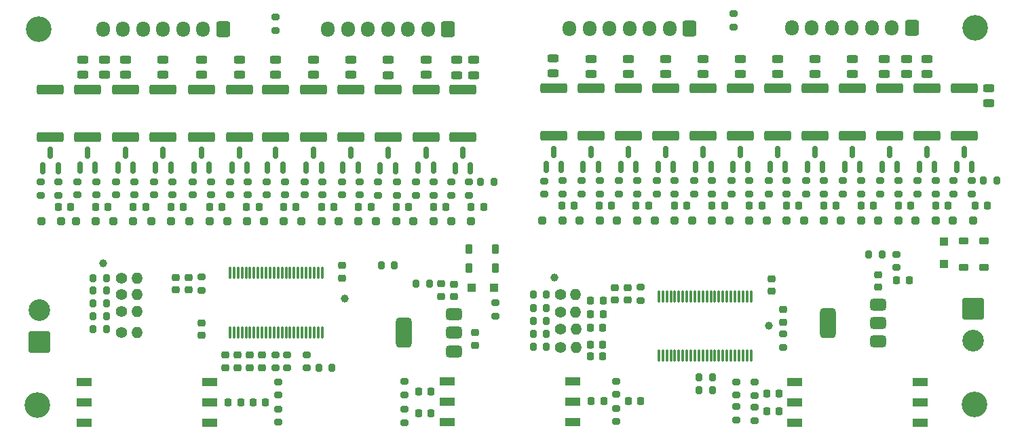
<source format=gbr>
%TF.GenerationSoftware,KiCad,Pcbnew,8.0.4*%
%TF.CreationDate,2024-09-13T15:55:04+09:00*%
%TF.ProjectId,LTC6811_ESP32_Slaves_V5,4c544336-3831-4315-9f45-535033325f53,rev?*%
%TF.SameCoordinates,Original*%
%TF.FileFunction,Soldermask,Top*%
%TF.FilePolarity,Negative*%
%FSLAX46Y46*%
G04 Gerber Fmt 4.6, Leading zero omitted, Abs format (unit mm)*
G04 Created by KiCad (PCBNEW 8.0.4) date 2024-09-13 15:55:04*
%MOMM*%
%LPD*%
G01*
G04 APERTURE LIST*
G04 Aperture macros list*
%AMRoundRect*
0 Rectangle with rounded corners*
0 $1 Rounding radius*
0 $2 $3 $4 $5 $6 $7 $8 $9 X,Y pos of 4 corners*
0 Add a 4 corners polygon primitive as box body*
4,1,4,$2,$3,$4,$5,$6,$7,$8,$9,$2,$3,0*
0 Add four circle primitives for the rounded corners*
1,1,$1+$1,$2,$3*
1,1,$1+$1,$4,$5*
1,1,$1+$1,$6,$7*
1,1,$1+$1,$8,$9*
0 Add four rect primitives between the rounded corners*
20,1,$1+$1,$2,$3,$4,$5,0*
20,1,$1+$1,$4,$5,$6,$7,0*
20,1,$1+$1,$6,$7,$8,$9,0*
20,1,$1+$1,$8,$9,$2,$3,0*%
G04 Aperture macros list end*
%ADD10RoundRect,0.225000X0.225000X0.375000X-0.225000X0.375000X-0.225000X-0.375000X0.225000X-0.375000X0*%
%ADD11RoundRect,0.200000X0.275000X-0.200000X0.275000X0.200000X-0.275000X0.200000X-0.275000X-0.200000X0*%
%ADD12C,1.000000*%
%ADD13RoundRect,0.150000X0.150000X-0.587500X0.150000X0.587500X-0.150000X0.587500X-0.150000X-0.587500X0*%
%ADD14RoundRect,0.250000X0.250000X0.250000X-0.250000X0.250000X-0.250000X-0.250000X0.250000X-0.250000X0*%
%ADD15RoundRect,0.243750X-0.456250X0.243750X-0.456250X-0.243750X0.456250X-0.243750X0.456250X0.243750X0*%
%ADD16RoundRect,0.250001X-1.099999X1.099999X-1.099999X-1.099999X1.099999X-1.099999X1.099999X1.099999X0*%
%ADD17C,2.700000*%
%ADD18RoundRect,0.225000X-0.225000X-0.250000X0.225000X-0.250000X0.225000X0.250000X-0.225000X0.250000X0*%
%ADD19C,1.400000*%
%ADD20O,1.400000X1.400000*%
%ADD21RoundRect,0.250000X-1.425000X0.362500X-1.425000X-0.362500X1.425000X-0.362500X1.425000X0.362500X0*%
%ADD22O,1.700000X1.950000*%
%ADD23RoundRect,0.250000X0.600000X0.725000X-0.600000X0.725000X-0.600000X-0.725000X0.600000X-0.725000X0*%
%ADD24RoundRect,0.200000X-0.200000X-0.275000X0.200000X-0.275000X0.200000X0.275000X-0.200000X0.275000X0*%
%ADD25C,3.200000*%
%ADD26RoundRect,0.225000X0.225000X0.250000X-0.225000X0.250000X-0.225000X-0.250000X0.225000X-0.250000X0*%
%ADD27RoundRect,0.200000X-0.275000X0.200000X-0.275000X-0.200000X0.275000X-0.200000X0.275000X0.200000X0*%
%ADD28RoundRect,0.200000X0.200000X0.275000X-0.200000X0.275000X-0.200000X-0.275000X0.200000X-0.275000X0*%
%ADD29RoundRect,0.225000X-0.250000X0.225000X-0.250000X-0.225000X0.250000X-0.225000X0.250000X0.225000X0*%
%ADD30RoundRect,0.075000X-0.075000X0.662500X-0.075000X-0.662500X0.075000X-0.662500X0.075000X0.662500X0*%
%ADD31RoundRect,0.225000X0.250000X-0.225000X0.250000X0.225000X-0.250000X0.225000X-0.250000X-0.225000X0*%
%ADD32RoundRect,0.225000X-0.375000X0.225000X-0.375000X-0.225000X0.375000X-0.225000X0.375000X0.225000X0*%
%ADD33RoundRect,0.250000X0.300000X0.300000X-0.300000X0.300000X-0.300000X-0.300000X0.300000X-0.300000X0*%
%ADD34RoundRect,0.218750X-0.256250X0.218750X-0.256250X-0.218750X0.256250X-0.218750X0.256250X0.218750X0*%
%ADD35RoundRect,0.250000X-0.300000X0.300000X-0.300000X-0.300000X0.300000X-0.300000X0.300000X0.300000X0*%
%ADD36RoundRect,0.218750X0.256250X-0.218750X0.256250X0.218750X-0.256250X0.218750X-0.256250X-0.218750X0*%
%ADD37RoundRect,0.250001X1.099999X-1.099999X1.099999X1.099999X-1.099999X1.099999X-1.099999X-1.099999X0*%
%ADD38R,1.950000X1.020000*%
%ADD39RoundRect,0.375000X0.625000X0.375000X-0.625000X0.375000X-0.625000X-0.375000X0.625000X-0.375000X0*%
%ADD40RoundRect,0.500000X0.500000X1.400000X-0.500000X1.400000X-0.500000X-1.400000X0.500000X-1.400000X0*%
G04 APERTURE END LIST*
D10*
%TO.C,D39*%
X296150000Y-148900000D03*
X292850000Y-148900000D03*
%TD*%
D11*
%TO.C,R189*%
X244050000Y-139754428D03*
X244050000Y-138104428D03*
%TD*%
D12*
%TO.C,TP7*%
X277400000Y-152700000D03*
%TD*%
D13*
%TO.C,Q36*%
X253750000Y-136366928D03*
X255650000Y-136366928D03*
X254700000Y-134491928D03*
%TD*%
D14*
%TO.C,D43*%
X288450000Y-143041928D03*
X285950000Y-143041928D03*
%TD*%
D13*
%TO.C,Q50*%
X311800000Y-136237500D03*
X313700000Y-136237500D03*
X312750000Y-134362500D03*
%TD*%
D15*
%TO.C,F51*%
X308100000Y-122762500D03*
X308100000Y-124637500D03*
%TD*%
D16*
%TO.C,J9*%
X355750000Y-153950572D03*
D17*
X355750000Y-157910572D03*
%TD*%
D18*
%TO.C,C72*%
X312725000Y-165500000D03*
X314275000Y-165500000D03*
%TD*%
D13*
%TO.C,Q39*%
X239700000Y-136379428D03*
X241600000Y-136379428D03*
X240650000Y-134504428D03*
%TD*%
D11*
%TO.C,R225*%
X330250000Y-139625000D03*
X330250000Y-137975000D03*
%TD*%
D18*
%TO.C,C132*%
X341800000Y-141100000D03*
X343350000Y-141100000D03*
%TD*%
D19*
%TO.C,TH19*%
X304295000Y-154400000D03*
D20*
X306195000Y-154400000D03*
%TD*%
D21*
%TO.C,R211*%
X350000000Y-126437500D03*
X350000000Y-132362500D03*
%TD*%
D22*
%TO.C,J15*%
X247200000Y-119041928D03*
X249700000Y-119041928D03*
X252200000Y-119041928D03*
X254700000Y-119041928D03*
X257200000Y-119041928D03*
X259700000Y-119041928D03*
D23*
X262200000Y-119041928D03*
%TD*%
D22*
%TO.C,J14*%
X275250000Y-119041928D03*
X277750000Y-119041928D03*
X280250000Y-119041928D03*
X282750000Y-119041928D03*
X285250000Y-119041928D03*
X287750000Y-119041928D03*
D23*
X290250000Y-119041928D03*
%TD*%
D13*
%TO.C,Q46*%
X330450000Y-136237500D03*
X332350000Y-136237500D03*
X331400000Y-134362500D03*
%TD*%
D11*
%TO.C,R170*%
X274550000Y-139754428D03*
X274550000Y-138104428D03*
%TD*%
D24*
%TO.C,R18*%
X300875000Y-158700000D03*
X302525000Y-158700000D03*
%TD*%
D11*
%TO.C,R210*%
X353350000Y-139625000D03*
X353350000Y-137975000D03*
%TD*%
D13*
%TO.C,Q51*%
X307125000Y-136237500D03*
X309025000Y-136237500D03*
X308075000Y-134362500D03*
%TD*%
D14*
%TO.C,D68*%
X309175000Y-142900000D03*
X306675000Y-142900000D03*
%TD*%
D25*
%TO.C,J1*%
X356000000Y-118908072D03*
%TD*%
D13*
%TO.C,Q29*%
X286550000Y-136366928D03*
X288450000Y-136366928D03*
X287500000Y-134491928D03*
%TD*%
D11*
%TO.C,R26*%
X328500000Y-167883072D03*
X328500000Y-166233072D03*
%TD*%
D26*
%TO.C,C18*%
X309570000Y-156300000D03*
X308020000Y-156300000D03*
%TD*%
D27*
%TO.C,R52*%
X311200000Y-166375000D03*
X311200000Y-168025000D03*
%TD*%
D15*
%TO.C,F31*%
X278100000Y-122891928D03*
X278100000Y-124766928D03*
%TD*%
D18*
%TO.C,C107*%
X274450000Y-141241928D03*
X276000000Y-141241928D03*
%TD*%
D11*
%TO.C,R233*%
X318525000Y-139625000D03*
X318525000Y-137975000D03*
%TD*%
D28*
%TO.C,R19*%
X302525000Y-157100000D03*
X300875000Y-157100000D03*
%TD*%
D21*
%TO.C,R172*%
X268700000Y-126566928D03*
X268700000Y-132491928D03*
%TD*%
D26*
%TO.C,C17*%
X309570000Y-158400000D03*
X308020000Y-158400000D03*
%TD*%
D14*
%TO.C,D50*%
X255700000Y-143029428D03*
X253200000Y-143029428D03*
%TD*%
D11*
%TO.C,R234*%
X316300000Y-139625000D03*
X316300000Y-137975000D03*
%TD*%
D29*
%TO.C,C89*%
X277050000Y-148566928D03*
X277050000Y-150116928D03*
%TD*%
D13*
%TO.C,Q42*%
X349050000Y-136237500D03*
X350950000Y-136237500D03*
X350000000Y-134362500D03*
%TD*%
D18*
%TO.C,C105*%
X283775000Y-141241928D03*
X285325000Y-141241928D03*
%TD*%
D30*
%TO.C,U13*%
X274550000Y-149487500D03*
X274050000Y-149487500D03*
X273550000Y-149487500D03*
X273050000Y-149487500D03*
X272550000Y-149487500D03*
X272050000Y-149487500D03*
X271550000Y-149487500D03*
X271050000Y-149487500D03*
X270550000Y-149487500D03*
X270050000Y-149487500D03*
X269550000Y-149487500D03*
X269050000Y-149487500D03*
X268550000Y-149487500D03*
X268050000Y-149487500D03*
X267550000Y-149487500D03*
X267050000Y-149487500D03*
X266550000Y-149487500D03*
X266050000Y-149487500D03*
X265550000Y-149487500D03*
X265050000Y-149487500D03*
X264550000Y-149487500D03*
X264050000Y-149487500D03*
X263550000Y-149487500D03*
X263050000Y-149487500D03*
X263050000Y-156912500D03*
X263550000Y-156912500D03*
X264050000Y-156912500D03*
X264550000Y-156912500D03*
X265050000Y-156912500D03*
X265550000Y-156912500D03*
X266050000Y-156912500D03*
X266550000Y-156912500D03*
X267050000Y-156912500D03*
X267550000Y-156912500D03*
X268050000Y-156912500D03*
X268550000Y-156912500D03*
X269050000Y-156912500D03*
X269550000Y-156912500D03*
X270050000Y-156912500D03*
X270550000Y-156912500D03*
X271050000Y-156912500D03*
X271550000Y-156912500D03*
X272050000Y-156912500D03*
X272550000Y-156912500D03*
X273050000Y-156912500D03*
X273550000Y-156912500D03*
X274050000Y-156912500D03*
X274550000Y-156912500D03*
%TD*%
D31*
%TO.C,C116*%
X311100000Y-152875000D03*
X311100000Y-151325000D03*
%TD*%
D14*
%TO.C,D69*%
X304525000Y-142900000D03*
X302025000Y-142900000D03*
%TD*%
D21*
%TO.C,R229*%
X322100000Y-126437500D03*
X322100000Y-132362500D03*
%TD*%
D32*
%TO.C,D55*%
X354600000Y-145508072D03*
X354600000Y-148808072D03*
%TD*%
D21*
%TO.C,R184*%
X250000000Y-126566928D03*
X250000000Y-132491928D03*
%TD*%
D24*
%TO.C,R100*%
X274150000Y-161300000D03*
X275800000Y-161300000D03*
%TD*%
D11*
%TO.C,R186*%
X248800000Y-139754428D03*
X248800000Y-138104428D03*
%TD*%
D27*
%TO.C,R195*%
X269100000Y-163075000D03*
X269100000Y-164725000D03*
%TD*%
D14*
%TO.C,D62*%
X337150000Y-142900000D03*
X334650000Y-142900000D03*
%TD*%
D33*
%TO.C,D40*%
X296000000Y-151300000D03*
X293200000Y-151300000D03*
%TD*%
D21*
%TO.C,R157*%
X292100000Y-126579428D03*
X292100000Y-132504428D03*
%TD*%
D18*
%TO.C,C114*%
X241650000Y-141241928D03*
X243200000Y-141241928D03*
%TD*%
D11*
%TO.C,R168*%
X277000000Y-139754428D03*
X277000000Y-138104428D03*
%TD*%
D15*
%TO.C,F50*%
X312750000Y-122762500D03*
X312750000Y-124637500D03*
%TD*%
D21*
%TO.C,R241*%
X303425000Y-126437500D03*
X303425000Y-132362500D03*
%TD*%
D11*
%TO.C,R25*%
X328500000Y-164750000D03*
X328500000Y-163100000D03*
%TD*%
D14*
%TO.C,D45*%
X279100000Y-143029428D03*
X276600000Y-143029428D03*
%TD*%
D27*
%TO.C,R93*%
X326200000Y-163075000D03*
X326200000Y-164725000D03*
%TD*%
D15*
%TO.C,F40*%
X357700000Y-126420572D03*
X357700000Y-128295572D03*
%TD*%
D34*
%TO.C,D41*%
X289400000Y-150825000D03*
X289400000Y-152400000D03*
%TD*%
D31*
%TO.C,C117*%
X312700000Y-152875000D03*
X312700000Y-151325000D03*
%TD*%
D11*
%TO.C,R212*%
X351100000Y-139625000D03*
X351100000Y-137975000D03*
%TD*%
D18*
%TO.C,C113*%
X246300000Y-141241928D03*
X247850000Y-141241928D03*
%TD*%
D19*
%TO.C,TH20*%
X304295000Y-152200000D03*
D20*
X306195000Y-152200000D03*
%TD*%
D26*
%TO.C,C19*%
X309595000Y-154600000D03*
X308045000Y-154600000D03*
%TD*%
D11*
%TO.C,R209*%
X355600000Y-139625000D03*
X355600000Y-137975000D03*
%TD*%
D13*
%TO.C,Q33*%
X267750000Y-136366928D03*
X269650000Y-136366928D03*
X268700000Y-134491928D03*
%TD*%
D14*
%TO.C,D65*%
X323200000Y-142900000D03*
X320700000Y-142900000D03*
%TD*%
D15*
%TO.C,F39*%
X244700000Y-122862500D03*
X244700000Y-124737500D03*
%TD*%
D28*
%TO.C,R16*%
X247625000Y-151700000D03*
X245975000Y-151700000D03*
%TD*%
D14*
%TO.C,D46*%
X274450000Y-143029428D03*
X271950000Y-143029428D03*
%TD*%
D28*
%TO.C,FB3*%
X295975000Y-138141928D03*
X294325000Y-138141928D03*
%TD*%
D13*
%TO.C,Q45*%
X335100000Y-136237500D03*
X337000000Y-136237500D03*
X336050000Y-134362500D03*
%TD*%
D11*
%TO.C,R147*%
X259500000Y-151625000D03*
X259500000Y-149975000D03*
%TD*%
%TO.C,R218*%
X341800000Y-139625000D03*
X341800000Y-137975000D03*
%TD*%
D27*
%TO.C,R23*%
X284850000Y-166491928D03*
X284850000Y-168141928D03*
%TD*%
D19*
%TO.C,TH17*%
X304300000Y-158800000D03*
D20*
X306200000Y-158800000D03*
%TD*%
D26*
%TO.C,C22*%
X309595000Y-152900000D03*
X308045000Y-152900000D03*
%TD*%
D11*
%TO.C,R180*%
X258400000Y-139754428D03*
X258400000Y-138104428D03*
%TD*%
D35*
%TO.C,D56*%
X352100000Y-145558072D03*
X352100000Y-148358072D03*
%TD*%
D14*
%TO.C,D58*%
X355750000Y-142900000D03*
X353250000Y-142900000D03*
%TD*%
D11*
%TO.C,R161*%
X288450000Y-139766928D03*
X288450000Y-138116928D03*
%TD*%
D12*
%TO.C,TP10*%
X303500000Y-150050000D03*
%TD*%
D21*
%TO.C,R169*%
X273500000Y-126566928D03*
X273500000Y-132491928D03*
%TD*%
D22*
%TO.C,J17*%
X305400000Y-118958072D03*
X307900000Y-118958072D03*
X310400000Y-118958072D03*
X312900000Y-118958072D03*
X315400000Y-118958072D03*
X317900000Y-118958072D03*
D23*
X320400000Y-118958072D03*
%TD*%
D31*
%TO.C,C90*%
X256300000Y-151575000D03*
X256300000Y-150025000D03*
%TD*%
D21*
%TO.C,R217*%
X340700000Y-126437500D03*
X340700000Y-132362500D03*
%TD*%
%TO.C,R181*%
X254700000Y-126566928D03*
X254700000Y-132491928D03*
%TD*%
D14*
%TO.C,D61*%
X341800000Y-142900000D03*
X339300000Y-142900000D03*
%TD*%
D11*
%TO.C,R191*%
X241650000Y-139766928D03*
X241650000Y-138116928D03*
%TD*%
D27*
%TO.C,TH16*%
X325900000Y-117133072D03*
X325900000Y-118783072D03*
%TD*%
D13*
%TO.C,Q38*%
X244350000Y-136366928D03*
X246250000Y-136366928D03*
X245300000Y-134491928D03*
%TD*%
D14*
%TO.C,D44*%
X283775000Y-143041928D03*
X281275000Y-143041928D03*
%TD*%
D18*
%TO.C,C136*%
X323200000Y-141100000D03*
X324750000Y-141100000D03*
%TD*%
D28*
%TO.C,R150*%
X287925000Y-150800000D03*
X286275000Y-150800000D03*
%TD*%
D14*
%TO.C,D47*%
X269750000Y-143029428D03*
X267250000Y-143029428D03*
%TD*%
D13*
%TO.C,Q41*%
X353700000Y-136237500D03*
X355600000Y-136237500D03*
X354650000Y-134362500D03*
%TD*%
D18*
%TO.C,C76*%
X308125000Y-165500000D03*
X309675000Y-165500000D03*
%TD*%
D28*
%TO.C,R143*%
X283575000Y-148541928D03*
X281925000Y-148541928D03*
%TD*%
D29*
%TO.C,C93*%
X293650000Y-156941928D03*
X293650000Y-158491928D03*
%TD*%
D21*
%TO.C,R238*%
X308075000Y-126437500D03*
X308075000Y-132362500D03*
%TD*%
D18*
%TO.C,C103*%
X293150000Y-141241928D03*
X294700000Y-141241928D03*
%TD*%
D11*
%TO.C,R227*%
X327850000Y-139625000D03*
X327850000Y-137975000D03*
%TD*%
D14*
%TO.C,D53*%
X242000000Y-143041928D03*
X239500000Y-143041928D03*
%TD*%
D11*
%TO.C,R165*%
X281550000Y-139766928D03*
X281550000Y-138116928D03*
%TD*%
D18*
%TO.C,C134*%
X332500000Y-141100000D03*
X334050000Y-141100000D03*
%TD*%
D25*
%TO.C,J8*%
X355900000Y-165908072D03*
%TD*%
D27*
%TO.C,R146*%
X268700000Y-159675000D03*
X268700000Y-161325000D03*
%TD*%
%TO.C,R24*%
X284850000Y-163016928D03*
X284850000Y-164666928D03*
%TD*%
D14*
%TO.C,D60*%
X346450000Y-142900000D03*
X343950000Y-142900000D03*
%TD*%
D27*
%TO.C,R193*%
X346200000Y-147133072D03*
X346200000Y-148783072D03*
%TD*%
D36*
%TO.C,D57*%
X332100000Y-155645572D03*
X332100000Y-154070572D03*
%TD*%
D11*
%TO.C,R185*%
X251100000Y-139754428D03*
X251100000Y-138104428D03*
%TD*%
D15*
%TO.C,F38*%
X247400000Y-122862500D03*
X247400000Y-124737500D03*
%TD*%
D12*
%TO.C,TP8*%
X247200000Y-148300000D03*
%TD*%
D15*
%TO.C,F49*%
X317425000Y-122762500D03*
X317425000Y-124637500D03*
%TD*%
D11*
%TO.C,R231*%
X320950000Y-139625000D03*
X320950000Y-137975000D03*
%TD*%
D28*
%TO.C,R17*%
X247625000Y-150100000D03*
X245975000Y-150100000D03*
%TD*%
D25*
%TO.C,J2*%
X239000000Y-166000000D03*
%TD*%
D21*
%TO.C,R226*%
X326750000Y-126437500D03*
X326750000Y-132362500D03*
%TD*%
D15*
%TO.C,F44*%
X340700000Y-122762500D03*
X340700000Y-124637500D03*
%TD*%
D14*
%TO.C,D64*%
X327850000Y-142900000D03*
X325350000Y-142900000D03*
%TD*%
D26*
%TO.C,C94*%
X267475000Y-165600000D03*
X265925000Y-165600000D03*
%TD*%
D15*
%TO.C,F34*%
X264225000Y-122891928D03*
X264225000Y-124766928D03*
%TD*%
D13*
%TO.C,Q32*%
X272550000Y-136366928D03*
X274450000Y-136366928D03*
X273500000Y-134491928D03*
%TD*%
D21*
%TO.C,R163*%
X282750000Y-126566928D03*
X282750000Y-132491928D03*
%TD*%
D18*
%TO.C,C109*%
X265125000Y-141241928D03*
X266675000Y-141241928D03*
%TD*%
D13*
%TO.C,Q44*%
X339750000Y-136237500D03*
X341650000Y-136237500D03*
X340700000Y-134362500D03*
%TD*%
D15*
%TO.C,F47*%
X326750000Y-122762500D03*
X326750000Y-124637500D03*
%TD*%
D18*
%TO.C,C119*%
X346225000Y-150358072D03*
X347775000Y-150358072D03*
%TD*%
D27*
%TO.C,TH11*%
X268700000Y-117579428D03*
X268700000Y-119229428D03*
%TD*%
D28*
%TO.C,R15*%
X247625000Y-153300000D03*
X245975000Y-153300000D03*
%TD*%
D15*
%TO.C,F35*%
X259500000Y-122891928D03*
X259500000Y-124766928D03*
%TD*%
%TO.C,F48*%
X322100000Y-122762500D03*
X322100000Y-124637500D03*
%TD*%
D11*
%TO.C,R182*%
X255850000Y-139754428D03*
X255850000Y-138104428D03*
%TD*%
D18*
%TO.C,C140*%
X304425000Y-141100000D03*
X305975000Y-141100000D03*
%TD*%
D37*
%TO.C,J22*%
X239300000Y-158057500D03*
D17*
X239300000Y-154097500D03*
%TD*%
D11*
%TO.C,R215*%
X346450000Y-139625000D03*
X346450000Y-137975000D03*
%TD*%
D15*
%TO.C,F37*%
X250000000Y-122891928D03*
X250000000Y-124766928D03*
%TD*%
%TO.C,F32*%
X273500000Y-122891928D03*
X273500000Y-124766928D03*
%TD*%
D11*
%TO.C,R243*%
X302300000Y-139650000D03*
X302300000Y-138000000D03*
%TD*%
%TO.C,R239*%
X309175000Y-139625000D03*
X309175000Y-137975000D03*
%TD*%
D18*
%TO.C,C137*%
X318525000Y-141100000D03*
X320075000Y-141100000D03*
%TD*%
D13*
%TO.C,Q52*%
X302475000Y-136237500D03*
X304375000Y-136237500D03*
X303425000Y-134362500D03*
%TD*%
D21*
%TO.C,R190*%
X240650000Y-126579428D03*
X240650000Y-132504428D03*
%TD*%
D15*
%TO.C,F42*%
X347450000Y-122762500D03*
X347450000Y-124637500D03*
%TD*%
D14*
%TO.C,D48*%
X265200000Y-143029428D03*
X262700000Y-143029428D03*
%TD*%
%TO.C,D42*%
X293150000Y-143041928D03*
X290650000Y-143041928D03*
%TD*%
D18*
%TO.C,C139*%
X309075000Y-141100000D03*
X310625000Y-141100000D03*
%TD*%
D11*
%TO.C,R173*%
X269900000Y-139754428D03*
X269900000Y-138104428D03*
%TD*%
D21*
%TO.C,R208*%
X354650000Y-126437500D03*
X354650000Y-132362500D03*
%TD*%
D31*
%TO.C,C91*%
X257900000Y-151575000D03*
X257900000Y-150025000D03*
%TD*%
%TO.C,C43*%
X291000000Y-152416928D03*
X291000000Y-150866928D03*
%TD*%
D18*
%TO.C,C92*%
X262825000Y-165600000D03*
X264375000Y-165600000D03*
%TD*%
D28*
%TO.C,R194*%
X344400000Y-147200000D03*
X342750000Y-147200000D03*
%TD*%
D29*
%TO.C,C115*%
X330600000Y-150225000D03*
X330600000Y-151775000D03*
%TD*%
D11*
%TO.C,R183*%
X253600000Y-139754428D03*
X253600000Y-138104428D03*
%TD*%
D15*
%TO.C,F52*%
X303400000Y-122720572D03*
X303400000Y-124595572D03*
%TD*%
D21*
%TO.C,R223*%
X331400000Y-126437500D03*
X331400000Y-132362500D03*
%TD*%
D13*
%TO.C,Q28*%
X291150000Y-136379428D03*
X293050000Y-136379428D03*
X292100000Y-134504428D03*
%TD*%
D11*
%TO.C,R222*%
X334900000Y-139625000D03*
X334900000Y-137975000D03*
%TD*%
%TO.C,R177*%
X263050000Y-139754428D03*
X263050000Y-138104428D03*
%TD*%
D15*
%TO.C,F27*%
X293450000Y-122904428D03*
X293450000Y-124779428D03*
%TD*%
%TO.C,F36*%
X254700000Y-122891928D03*
X254700000Y-124766928D03*
%TD*%
D38*
%TO.C,TR5*%
X305820000Y-168081928D03*
X305820000Y-165541928D03*
X305820000Y-163001928D03*
X290180000Y-163001928D03*
X290180000Y-165541928D03*
X290180000Y-168081928D03*
%TD*%
D21*
%TO.C,R175*%
X264225000Y-126566928D03*
X264225000Y-132491928D03*
%TD*%
D19*
%TO.C,TH18*%
X304300000Y-156500000D03*
D20*
X306200000Y-156500000D03*
%TD*%
D11*
%TO.C,R159*%
X290650000Y-139766928D03*
X290650000Y-138116928D03*
%TD*%
D18*
%TO.C,C133*%
X337150000Y-141100000D03*
X338700000Y-141100000D03*
%TD*%
%TO.C,C108*%
X269750000Y-141241928D03*
X271300000Y-141241928D03*
%TD*%
D11*
%TO.C,R179*%
X260650000Y-139754428D03*
X260650000Y-138104428D03*
%TD*%
D13*
%TO.C,Q47*%
X325800000Y-136237500D03*
X327700000Y-136237500D03*
X326750000Y-134362500D03*
%TD*%
D27*
%TO.C,R156*%
X269100000Y-166475000D03*
X269100000Y-168125000D03*
%TD*%
D11*
%TO.C,R230*%
X323200000Y-139625000D03*
X323200000Y-137975000D03*
%TD*%
%TO.C,R224*%
X332500000Y-139625000D03*
X332500000Y-137975000D03*
%TD*%
D18*
%TO.C,C112*%
X250975000Y-141241928D03*
X252525000Y-141241928D03*
%TD*%
D12*
%TO.C,TP9*%
X330300000Y-156058072D03*
%TD*%
D11*
%TO.C,R198*%
X314300000Y-152925000D03*
X314300000Y-151275000D03*
%TD*%
D18*
%TO.C,C106*%
X279100000Y-141241928D03*
X280650000Y-141241928D03*
%TD*%
%TO.C,C129*%
X356025000Y-141100000D03*
X357575000Y-141100000D03*
%TD*%
D28*
%TO.C,FB4*%
X358725000Y-137950000D03*
X357075000Y-137950000D03*
%TD*%
D11*
%TO.C,R236*%
X313850000Y-139625000D03*
X313850000Y-137975000D03*
%TD*%
D21*
%TO.C,R235*%
X312750000Y-126437500D03*
X312750000Y-132362500D03*
%TD*%
%TO.C,R160*%
X287500000Y-126579428D03*
X287500000Y-132504428D03*
%TD*%
D13*
%TO.C,Q31*%
X277150000Y-136366928D03*
X279050000Y-136366928D03*
X278100000Y-134491928D03*
%TD*%
D11*
%TO.C,R174*%
X267600000Y-139754428D03*
X267600000Y-138104428D03*
%TD*%
D15*
%TO.C,F43*%
X344700000Y-122762500D03*
X344700000Y-124637500D03*
%TD*%
D14*
%TO.C,D63*%
X332500000Y-142900000D03*
X330000000Y-142900000D03*
%TD*%
D13*
%TO.C,Q34*%
X263275000Y-136366928D03*
X265175000Y-136366928D03*
X264225000Y-134491928D03*
%TD*%
D27*
%TO.C,R142*%
X296150000Y-153216928D03*
X296150000Y-154866928D03*
%TD*%
D11*
%TO.C,R240*%
X306900000Y-139625000D03*
X306900000Y-137975000D03*
%TD*%
D26*
%TO.C,C75*%
X288125000Y-166950000D03*
X286575000Y-166950000D03*
%TD*%
D11*
%TO.C,R219*%
X339550000Y-139625000D03*
X339550000Y-137975000D03*
%TD*%
D29*
%TO.C,C11*%
X259500000Y-155725000D03*
X259500000Y-157275000D03*
%TD*%
D15*
%TO.C,F33*%
X268700000Y-122891928D03*
X268700000Y-124766928D03*
%TD*%
%TO.C,F28*%
X291350000Y-122904428D03*
X291350000Y-124779428D03*
%TD*%
D11*
%TO.C,R188*%
X246350000Y-139754428D03*
X246350000Y-138104428D03*
%TD*%
D29*
%TO.C,C12*%
X262500000Y-159725000D03*
X262500000Y-161275000D03*
%TD*%
D11*
%TO.C,R213*%
X348850000Y-139625000D03*
X348850000Y-137975000D03*
%TD*%
D27*
%TO.C,R101*%
X326200000Y-166175000D03*
X326200000Y-167825000D03*
%TD*%
D26*
%TO.C,C96*%
X331575000Y-164500000D03*
X330025000Y-164500000D03*
%TD*%
D30*
%TO.C,U14*%
X328050000Y-152387500D03*
X327550000Y-152387500D03*
X327050000Y-152387500D03*
X326550000Y-152387500D03*
X326050000Y-152387500D03*
X325550000Y-152387500D03*
X325050000Y-152387500D03*
X324550000Y-152387500D03*
X324050000Y-152387500D03*
X323550000Y-152387500D03*
X323050000Y-152387500D03*
X322550000Y-152387500D03*
X322050000Y-152387500D03*
X321550000Y-152387500D03*
X321050000Y-152387500D03*
X320550000Y-152387500D03*
X320050000Y-152387500D03*
X319550000Y-152387500D03*
X319050000Y-152387500D03*
X318550000Y-152387500D03*
X318050000Y-152387500D03*
X317550000Y-152387500D03*
X317050000Y-152387500D03*
X316550000Y-152387500D03*
X316550000Y-159812500D03*
X317050000Y-159812500D03*
X317550000Y-159812500D03*
X318050000Y-159812500D03*
X318550000Y-159812500D03*
X319050000Y-159812500D03*
X319550000Y-159812500D03*
X320050000Y-159812500D03*
X320550000Y-159812500D03*
X321050000Y-159812500D03*
X321550000Y-159812500D03*
X322050000Y-159812500D03*
X322550000Y-159812500D03*
X323050000Y-159812500D03*
X323550000Y-159812500D03*
X324050000Y-159812500D03*
X324550000Y-159812500D03*
X325050000Y-159812500D03*
X325550000Y-159812500D03*
X326050000Y-159812500D03*
X326550000Y-159812500D03*
X327050000Y-159812500D03*
X327550000Y-159812500D03*
X328050000Y-159812500D03*
%TD*%
D39*
%TO.C,Q27*%
X291000000Y-159241928D03*
X291000000Y-156941928D03*
X291000000Y-154641928D03*
D40*
X284700000Y-156941928D03*
%TD*%
D21*
%TO.C,R214*%
X345350000Y-126437500D03*
X345350000Y-132362500D03*
%TD*%
D31*
%TO.C,C66*%
X343900000Y-151275000D03*
X343900000Y-149725000D03*
%TD*%
D11*
%TO.C,R228*%
X325600000Y-139625000D03*
X325600000Y-137975000D03*
%TD*%
D26*
%TO.C,C16*%
X309570000Y-159900000D03*
X308020000Y-159900000D03*
%TD*%
D11*
%TO.C,R221*%
X337150000Y-139625000D03*
X337150000Y-137975000D03*
%TD*%
D14*
%TO.C,D49*%
X260500000Y-143029428D03*
X258000000Y-143029428D03*
%TD*%
D11*
%TO.C,R164*%
X283850000Y-139766928D03*
X283850000Y-138116928D03*
%TD*%
D13*
%TO.C,Q49*%
X316475000Y-136237500D03*
X318375000Y-136237500D03*
X317425000Y-134362500D03*
%TD*%
D11*
%TO.C,R158*%
X292850000Y-139766928D03*
X292850000Y-138116928D03*
%TD*%
D15*
%TO.C,F45*%
X336050000Y-122762500D03*
X336050000Y-124637500D03*
%TD*%
D21*
%TO.C,R166*%
X278100000Y-126566928D03*
X278100000Y-132491928D03*
%TD*%
D18*
%TO.C,C130*%
X351075000Y-141100000D03*
X352625000Y-141100000D03*
%TD*%
D38*
%TO.C,TR8*%
X260520000Y-168140000D03*
X260520000Y-165600000D03*
X260520000Y-163060000D03*
X244880000Y-163060000D03*
X244880000Y-165600000D03*
X244880000Y-168140000D03*
%TD*%
D10*
%TO.C,D38*%
X296150000Y-146500000D03*
X292850000Y-146500000D03*
%TD*%
D29*
%TO.C,C15*%
X267000000Y-159725000D03*
X267000000Y-161275000D03*
%TD*%
D15*
%TO.C,F30*%
X282750000Y-122904428D03*
X282750000Y-124779428D03*
%TD*%
D24*
%TO.C,R13*%
X245975000Y-156500000D03*
X247625000Y-156500000D03*
%TD*%
D18*
%TO.C,C135*%
X327850000Y-141100000D03*
X329400000Y-141100000D03*
%TD*%
%TO.C,C104*%
X288450000Y-141241928D03*
X290000000Y-141241928D03*
%TD*%
D29*
%TO.C,C13*%
X264000000Y-159725000D03*
X264000000Y-161275000D03*
%TD*%
D25*
%TO.C,J20*%
X239150000Y-119050000D03*
%TD*%
D11*
%TO.C,R171*%
X272350000Y-139754428D03*
X272350000Y-138104428D03*
%TD*%
%TO.C,R176*%
X265300000Y-139754428D03*
X265300000Y-138104428D03*
%TD*%
D18*
%TO.C,C111*%
X255700000Y-141241928D03*
X257250000Y-141241928D03*
%TD*%
D28*
%TO.C,R197*%
X323225000Y-162500000D03*
X321575000Y-162500000D03*
%TD*%
D18*
%TO.C,C131*%
X346450000Y-141100000D03*
X348000000Y-141100000D03*
%TD*%
D11*
%TO.C,R242*%
X304525000Y-139625000D03*
X304525000Y-137975000D03*
%TD*%
D15*
%TO.C,F41*%
X350050000Y-122762500D03*
X350050000Y-124637500D03*
%TD*%
D28*
%TO.C,R21*%
X302525000Y-153900000D03*
X300875000Y-153900000D03*
%TD*%
D21*
%TO.C,R220*%
X336050000Y-126437500D03*
X336050000Y-132362500D03*
%TD*%
D27*
%TO.C,R54*%
X272650000Y-159675000D03*
X272650000Y-161325000D03*
%TD*%
D14*
%TO.C,D66*%
X318525000Y-142900000D03*
X316025000Y-142900000D03*
%TD*%
D19*
%TO.C,TH15*%
X249545000Y-150100000D03*
D20*
X251445000Y-150100000D03*
%TD*%
D11*
%TO.C,R162*%
X286250000Y-139766928D03*
X286250000Y-138116928D03*
%TD*%
D28*
%TO.C,R20*%
X302525000Y-155500000D03*
X300875000Y-155500000D03*
%TD*%
D11*
%TO.C,R192*%
X239400000Y-139766928D03*
X239400000Y-138116928D03*
%TD*%
D38*
%TO.C,TR6*%
X349170000Y-168140000D03*
X349170000Y-165600000D03*
X349170000Y-163060000D03*
X333530000Y-163060000D03*
X333530000Y-165600000D03*
X333530000Y-168140000D03*
%TD*%
D39*
%TO.C,Q40*%
X343950000Y-158000000D03*
X343950000Y-155700000D03*
X343950000Y-153400000D03*
D40*
X337650000Y-155700000D03*
%TD*%
D28*
%TO.C,R22*%
X302525000Y-152200000D03*
X300875000Y-152200000D03*
%TD*%
D13*
%TO.C,Q37*%
X249050000Y-136366928D03*
X250950000Y-136366928D03*
X250000000Y-134491928D03*
%TD*%
D27*
%TO.C,R201*%
X332100000Y-157108072D03*
X332100000Y-158758072D03*
%TD*%
D13*
%TO.C,Q48*%
X321150000Y-136237500D03*
X323050000Y-136237500D03*
X322100000Y-134362500D03*
%TD*%
D22*
%TO.C,J16*%
X333150000Y-118925000D03*
X335650000Y-118925000D03*
X338150000Y-118925000D03*
X340650000Y-118925000D03*
X343150000Y-118925000D03*
X345650000Y-118925000D03*
D23*
X348150000Y-118925000D03*
%TD*%
D11*
%TO.C,R237*%
X311600000Y-139625000D03*
X311600000Y-137975000D03*
%TD*%
D28*
%TO.C,R196*%
X323225000Y-164100000D03*
X321575000Y-164100000D03*
%TD*%
D19*
%TO.C,TH12*%
X249545000Y-156900000D03*
D20*
X251445000Y-156900000D03*
%TD*%
D14*
%TO.C,D51*%
X250975000Y-143029428D03*
X248475000Y-143029428D03*
%TD*%
D21*
%TO.C,R178*%
X259500000Y-126566928D03*
X259500000Y-132491928D03*
%TD*%
D29*
%TO.C,C14*%
X265500000Y-159725000D03*
X265500000Y-161275000D03*
%TD*%
D18*
%TO.C,C44*%
X286575000Y-164250000D03*
X288125000Y-164250000D03*
%TD*%
D28*
%TO.C,R14*%
X247625000Y-154900000D03*
X245975000Y-154900000D03*
%TD*%
D14*
%TO.C,D67*%
X313850000Y-142900000D03*
X311350000Y-142900000D03*
%TD*%
D27*
%TO.C,R53*%
X311200000Y-163000000D03*
X311200000Y-164650000D03*
%TD*%
D26*
%TO.C,C46*%
X331575000Y-166700000D03*
X330025000Y-166700000D03*
%TD*%
D21*
%TO.C,R232*%
X317425000Y-126437500D03*
X317425000Y-132362500D03*
%TD*%
D32*
%TO.C,D54*%
X357100000Y-145508072D03*
X357100000Y-148808072D03*
%TD*%
D19*
%TO.C,TH13*%
X249550000Y-154300000D03*
D20*
X251450000Y-154300000D03*
%TD*%
D11*
%TO.C,R167*%
X279250000Y-139754428D03*
X279250000Y-138104428D03*
%TD*%
D21*
%TO.C,R187*%
X245300000Y-126566928D03*
X245300000Y-132491928D03*
%TD*%
D13*
%TO.C,Q43*%
X344400000Y-136237500D03*
X346300000Y-136237500D03*
X345350000Y-134362500D03*
%TD*%
D19*
%TO.C,TH14*%
X249545000Y-152200000D03*
D20*
X251445000Y-152200000D03*
%TD*%
D14*
%TO.C,D52*%
X246300000Y-143029428D03*
X243800000Y-143029428D03*
%TD*%
D15*
%TO.C,F29*%
X287500000Y-122891928D03*
X287500000Y-124766928D03*
%TD*%
D13*
%TO.C,Q30*%
X281800000Y-136379428D03*
X283700000Y-136379428D03*
X282750000Y-134504428D03*
%TD*%
D14*
%TO.C,D59*%
X351100000Y-142900000D03*
X348600000Y-142900000D03*
%TD*%
D27*
%TO.C,R145*%
X270200000Y-159675000D03*
X270200000Y-161325000D03*
%TD*%
D13*
%TO.C,Q35*%
X258550000Y-136366928D03*
X260450000Y-136366928D03*
X259500000Y-134491928D03*
%TD*%
D11*
%TO.C,R216*%
X344200000Y-139625000D03*
X344200000Y-137975000D03*
%TD*%
D15*
%TO.C,F46*%
X331400000Y-122762500D03*
X331400000Y-124637500D03*
%TD*%
D18*
%TO.C,C138*%
X313725000Y-141100000D03*
X315275000Y-141100000D03*
%TD*%
%TO.C,C110*%
X260500000Y-141241928D03*
X262050000Y-141241928D03*
%TD*%
M02*

</source>
